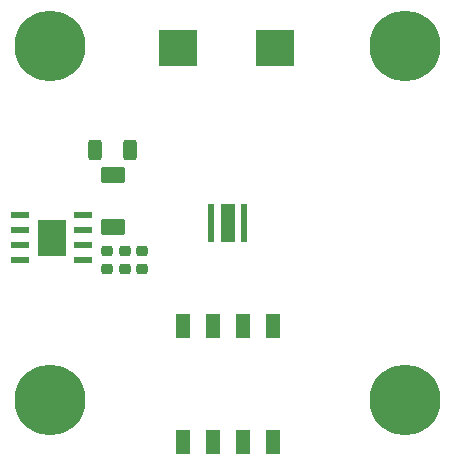
<source format=gts>
G04 #@! TF.GenerationSoftware,KiCad,Pcbnew,7.0.8-7.0.8~ubuntu22.04.1*
G04 #@! TF.CreationDate,2023-11-02T22:02:33-07:00*
G04 #@! TF.ProjectId,Thorlabs 30 mm Cage Plate LED MCPCB,54686f72-6c61-4627-9320-3330206d6d20,rev?*
G04 #@! TF.SameCoordinates,Original*
G04 #@! TF.FileFunction,Soldermask,Top*
G04 #@! TF.FilePolarity,Negative*
%FSLAX46Y46*%
G04 Gerber Fmt 4.6, Leading zero omitted, Abs format (unit mm)*
G04 Created by KiCad (PCBNEW 7.0.8-7.0.8~ubuntu22.04.1) date 2023-11-02 22:02:33*
%MOMM*%
%LPD*%
G01*
G04 APERTURE LIST*
G04 Aperture macros list*
%AMRoundRect*
0 Rectangle with rounded corners*
0 $1 Rounding radius*
0 $2 $3 $4 $5 $6 $7 $8 $9 X,Y pos of 4 corners*
0 Add a 4 corners polygon primitive as box body*
4,1,4,$2,$3,$4,$5,$6,$7,$8,$9,$2,$3,0*
0 Add four circle primitives for the rounded corners*
1,1,$1+$1,$2,$3*
1,1,$1+$1,$4,$5*
1,1,$1+$1,$6,$7*
1,1,$1+$1,$8,$9*
0 Add four rect primitives between the rounded corners*
20,1,$1+$1,$2,$3,$4,$5,0*
20,1,$1+$1,$4,$5,$6,$7,0*
20,1,$1+$1,$6,$7,$8,$9,0*
20,1,$1+$1,$8,$9,$2,$3,0*%
G04 Aperture macros list end*
%ADD10RoundRect,0.250000X-0.312500X-0.625000X0.312500X-0.625000X0.312500X0.625000X-0.312500X0.625000X0*%
%ADD11C,6.000000*%
%ADD12RoundRect,0.102000X0.510000X0.952500X-0.510000X0.952500X-0.510000X-0.952500X0.510000X-0.952500X0*%
%ADD13RoundRect,0.225000X0.250000X-0.225000X0.250000X0.225000X-0.250000X0.225000X-0.250000X-0.225000X0*%
%ADD14R,0.482600X3.251200*%
%ADD15R,1.295400X3.251200*%
%ADD16R,1.498600X0.558800*%
%ADD17R,2.413000X3.073400*%
%ADD18R,3.302000X3.098800*%
%ADD19RoundRect,0.250000X0.800000X-0.450000X0.800000X0.450000X-0.800000X0.450000X-0.800000X-0.450000X0*%
G04 APERTURE END LIST*
D10*
X108777500Y-73824950D03*
X111702500Y-73824950D03*
D11*
X135000000Y-95000000D03*
D12*
X123820000Y-98562500D03*
X123820000Y-88737500D03*
X121280000Y-98562500D03*
X121280000Y-88737500D03*
X118740000Y-98562500D03*
X118740000Y-88737500D03*
X116200000Y-98562500D03*
X116200000Y-88737500D03*
D13*
X111300000Y-83910000D03*
X111300000Y-82360000D03*
X112770000Y-83920000D03*
X112770000Y-82370000D03*
D14*
X121384300Y-80000000D03*
D15*
X120000000Y-80000000D03*
D14*
X118615700Y-80000000D03*
D11*
X105000000Y-65000000D03*
D16*
X102394900Y-79320050D03*
X102394900Y-80590050D03*
X102394900Y-81860050D03*
X102394900Y-83130050D03*
X107805100Y-83130050D03*
X107805100Y-81860050D03*
X107805100Y-80590050D03*
X107805100Y-79320050D03*
D17*
X105100000Y-81225050D03*
D13*
X109830000Y-83910050D03*
X109830000Y-82360050D03*
D18*
X124028999Y-65150000D03*
X115831001Y-65150000D03*
D11*
X105000000Y-95000000D03*
D19*
X110335100Y-80300050D03*
X110335100Y-75900050D03*
D11*
X135000000Y-65000000D03*
M02*

</source>
